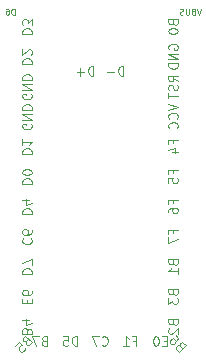
<source format=gbr>
%TF.GenerationSoftware,KiCad,Pcbnew,(6.0.1)*%
%TF.CreationDate,2022-02-07T23:01:22+01:00*%
%TF.ProjectId,pluto,706c7574-6f2e-46b6-9963-61645f706362,1.0*%
%TF.SameCoordinates,Original*%
%TF.FileFunction,Legend,Bot*%
%TF.FilePolarity,Positive*%
%FSLAX46Y46*%
G04 Gerber Fmt 4.6, Leading zero omitted, Abs format (unit mm)*
G04 Created by KiCad (PCBNEW (6.0.1)) date 2022-02-07 23:01:22*
%MOMM*%
%LPD*%
G01*
G04 APERTURE LIST*
%ADD10C,0.120000*%
%ADD11C,0.100000*%
%ADD12C,1.752600*%
%ADD13R,1.700000X1.700000*%
%ADD14O,1.700000X1.700000*%
G04 APERTURE END LIST*
D10*
%TO.C,J1*%
X141077000Y-108479523D02*
X141115095Y-108555714D01*
X141115095Y-108670000D01*
X141077000Y-108784285D01*
X141000809Y-108860476D01*
X140924619Y-108898571D01*
X140772238Y-108936666D01*
X140657952Y-108936666D01*
X140505571Y-108898571D01*
X140429380Y-108860476D01*
X140353190Y-108784285D01*
X140315095Y-108670000D01*
X140315095Y-108593809D01*
X140353190Y-108479523D01*
X140391285Y-108441428D01*
X140657952Y-108441428D01*
X140657952Y-108593809D01*
X140315095Y-108098571D02*
X141115095Y-108098571D01*
X140315095Y-107641428D01*
X141115095Y-107641428D01*
X140315095Y-107260476D02*
X141115095Y-107260476D01*
X141115095Y-107070000D01*
X141077000Y-106955714D01*
X141000809Y-106879523D01*
X140924619Y-106841428D01*
X140772238Y-106803333D01*
X140657952Y-106803333D01*
X140505571Y-106841428D01*
X140429380Y-106879523D01*
X140353190Y-106955714D01*
X140315095Y-107070000D01*
X140315095Y-107260476D01*
X153674002Y-129803190D02*
X153566253Y-129749315D01*
X153512378Y-129749315D01*
X153431566Y-129776253D01*
X153350754Y-129857065D01*
X153323816Y-129937877D01*
X153323816Y-129991752D01*
X153350754Y-130072564D01*
X153566253Y-130288063D01*
X154131938Y-129722378D01*
X153943376Y-129533816D01*
X153862564Y-129506879D01*
X153808689Y-129506879D01*
X153727877Y-129533816D01*
X153674002Y-129587691D01*
X153647065Y-129668503D01*
X153647065Y-129722378D01*
X153674002Y-129803190D01*
X153862564Y-129991752D01*
X153323816Y-128914256D02*
X153431566Y-129022006D01*
X153458503Y-129102818D01*
X153458503Y-129156693D01*
X153431566Y-129291380D01*
X153350754Y-129426067D01*
X153135254Y-129641566D01*
X153054442Y-129668503D01*
X153000567Y-129668503D01*
X152919755Y-129641566D01*
X152812006Y-129533816D01*
X152785068Y-129453004D01*
X152785068Y-129399129D01*
X152812006Y-129318317D01*
X152946693Y-129183630D01*
X153027505Y-129156693D01*
X153081380Y-129156693D01*
X153162192Y-129183630D01*
X153269941Y-129291380D01*
X153296879Y-129372192D01*
X153296879Y-129426067D01*
X153269941Y-129506879D01*
X153065857Y-112632533D02*
X153065857Y-112365866D01*
X153484904Y-112365866D02*
X152684904Y-112365866D01*
X152684904Y-112746819D01*
X152951571Y-113394438D02*
X153484904Y-113394438D01*
X152646809Y-113203961D02*
X153218238Y-113013485D01*
X153218238Y-113508723D01*
X140315095Y-118620476D02*
X141115095Y-118620476D01*
X141115095Y-118430000D01*
X141077000Y-118315714D01*
X141000809Y-118239523D01*
X140924619Y-118201428D01*
X140772238Y-118163333D01*
X140657952Y-118163333D01*
X140505571Y-118201428D01*
X140429380Y-118239523D01*
X140353190Y-118315714D01*
X140315095Y-118430000D01*
X140315095Y-118620476D01*
X140848428Y-117477619D02*
X140315095Y-117477619D01*
X141153190Y-117668095D02*
X140581761Y-117858571D01*
X140581761Y-117363333D01*
X140315095Y-105920476D02*
X141115095Y-105920476D01*
X141115095Y-105730000D01*
X141077000Y-105615714D01*
X141000809Y-105539523D01*
X140924619Y-105501428D01*
X140772238Y-105463333D01*
X140657952Y-105463333D01*
X140505571Y-105501428D01*
X140429380Y-105539523D01*
X140353190Y-105615714D01*
X140315095Y-105730000D01*
X140315095Y-105920476D01*
X141038904Y-105158571D02*
X141077000Y-105120476D01*
X141115095Y-105044285D01*
X141115095Y-104853809D01*
X141077000Y-104777619D01*
X141038904Y-104739523D01*
X140962714Y-104701428D01*
X140886523Y-104701428D01*
X140772238Y-104739523D01*
X140315095Y-105196666D01*
X140315095Y-104701428D01*
X140391285Y-120703333D02*
X140353190Y-120741428D01*
X140315095Y-120855714D01*
X140315095Y-120931904D01*
X140353190Y-121046190D01*
X140429380Y-121122380D01*
X140505571Y-121160476D01*
X140657952Y-121198571D01*
X140772238Y-121198571D01*
X140924619Y-121160476D01*
X141000809Y-121122380D01*
X141077000Y-121046190D01*
X141115095Y-120931904D01*
X141115095Y-120855714D01*
X141077000Y-120741428D01*
X141038904Y-120703333D01*
X141115095Y-120017619D02*
X141115095Y-120170000D01*
X141077000Y-120246190D01*
X141038904Y-120284285D01*
X140924619Y-120360476D01*
X140772238Y-120398571D01*
X140467476Y-120398571D01*
X140391285Y-120360476D01*
X140353190Y-120322380D01*
X140315095Y-120246190D01*
X140315095Y-120093809D01*
X140353190Y-120017619D01*
X140391285Y-119979523D01*
X140467476Y-119941428D01*
X140657952Y-119941428D01*
X140734142Y-119979523D01*
X140772238Y-120017619D01*
X140810333Y-120093809D01*
X140810333Y-120246190D01*
X140772238Y-120322380D01*
X140734142Y-120360476D01*
X140657952Y-120398571D01*
X140315095Y-103380476D02*
X141115095Y-103380476D01*
X141115095Y-103190000D01*
X141077000Y-103075714D01*
X141000809Y-102999523D01*
X140924619Y-102961428D01*
X140772238Y-102923333D01*
X140657952Y-102923333D01*
X140505571Y-102961428D01*
X140429380Y-102999523D01*
X140353190Y-103075714D01*
X140315095Y-103190000D01*
X140315095Y-103380476D01*
X141115095Y-102656666D02*
X141115095Y-102161428D01*
X140810333Y-102428095D01*
X140810333Y-102313809D01*
X140772238Y-102237619D01*
X140734142Y-102199523D01*
X140657952Y-102161428D01*
X140467476Y-102161428D01*
X140391285Y-102199523D01*
X140353190Y-102237619D01*
X140315095Y-102313809D01*
X140315095Y-102542380D01*
X140353190Y-102618571D01*
X140391285Y-102656666D01*
X148874761Y-106911104D02*
X148874761Y-106111104D01*
X148684285Y-106111104D01*
X148570000Y-106149200D01*
X148493809Y-106225390D01*
X148455714Y-106301580D01*
X148417619Y-106453961D01*
X148417619Y-106568247D01*
X148455714Y-106720628D01*
X148493809Y-106796819D01*
X148570000Y-106873009D01*
X148684285Y-106911104D01*
X148874761Y-106911104D01*
X148074761Y-106606342D02*
X147465238Y-106606342D01*
X153065857Y-125275390D02*
X153103952Y-125389676D01*
X153142047Y-125427771D01*
X153218238Y-125465866D01*
X153332523Y-125465866D01*
X153408714Y-125427771D01*
X153446809Y-125389676D01*
X153484904Y-125313485D01*
X153484904Y-125008723D01*
X152684904Y-125008723D01*
X152684904Y-125275390D01*
X152723000Y-125351580D01*
X152761095Y-125389676D01*
X152837285Y-125427771D01*
X152913476Y-125427771D01*
X152989666Y-125389676D01*
X153027761Y-125351580D01*
X153065857Y-125275390D01*
X153065857Y-125008723D01*
X152684904Y-125732533D02*
X152684904Y-126227771D01*
X152989666Y-125961104D01*
X152989666Y-126075390D01*
X153027761Y-126151580D01*
X153065857Y-126189676D01*
X153142047Y-126227771D01*
X153332523Y-126227771D01*
X153408714Y-126189676D01*
X153446809Y-126151580D01*
X153484904Y-126075390D01*
X153484904Y-125846819D01*
X153446809Y-125770628D01*
X153408714Y-125732533D01*
X140315095Y-123700476D02*
X141115095Y-123700476D01*
X141115095Y-123510000D01*
X141077000Y-123395714D01*
X141000809Y-123319523D01*
X140924619Y-123281428D01*
X140772238Y-123243333D01*
X140657952Y-123243333D01*
X140505571Y-123281428D01*
X140429380Y-123319523D01*
X140353190Y-123395714D01*
X140315095Y-123510000D01*
X140315095Y-123700476D01*
X141115095Y-122976666D02*
X141115095Y-122443333D01*
X140315095Y-122786190D01*
X144950476Y-129771104D02*
X144950476Y-128971104D01*
X144760000Y-128971104D01*
X144645714Y-129009200D01*
X144569523Y-129085390D01*
X144531428Y-129161580D01*
X144493333Y-129313961D01*
X144493333Y-129428247D01*
X144531428Y-129580628D01*
X144569523Y-129656819D01*
X144645714Y-129733009D01*
X144760000Y-129771104D01*
X144950476Y-129771104D01*
X143769523Y-128971104D02*
X144150476Y-128971104D01*
X144188571Y-129352057D01*
X144150476Y-129313961D01*
X144074285Y-129275866D01*
X143883809Y-129275866D01*
X143807619Y-129313961D01*
X143769523Y-129352057D01*
X143731428Y-129428247D01*
X143731428Y-129618723D01*
X143769523Y-129694914D01*
X143807619Y-129733009D01*
X143883809Y-129771104D01*
X144074285Y-129771104D01*
X144150476Y-129733009D01*
X144188571Y-129694914D01*
D11*
X139649047Y-101746190D02*
X139649047Y-101246190D01*
X139530000Y-101246190D01*
X139458571Y-101270000D01*
X139410952Y-101317619D01*
X139387142Y-101365238D01*
X139363333Y-101460476D01*
X139363333Y-101531904D01*
X139387142Y-101627142D01*
X139410952Y-101674761D01*
X139458571Y-101722380D01*
X139530000Y-101746190D01*
X139649047Y-101746190D01*
X138934761Y-101246190D02*
X139030000Y-101246190D01*
X139077619Y-101270000D01*
X139101428Y-101293809D01*
X139149047Y-101365238D01*
X139172857Y-101460476D01*
X139172857Y-101650952D01*
X139149047Y-101698571D01*
X139125238Y-101722380D01*
X139077619Y-101746190D01*
X138982380Y-101746190D01*
X138934761Y-101722380D01*
X138910952Y-101698571D01*
X138887142Y-101650952D01*
X138887142Y-101531904D01*
X138910952Y-101484285D01*
X138934761Y-101460476D01*
X138982380Y-101436666D01*
X139077619Y-101436666D01*
X139125238Y-101460476D01*
X139149047Y-101484285D01*
X139172857Y-101531904D01*
D10*
X153484904Y-107381104D02*
X153103952Y-107114438D01*
X153484904Y-106923961D02*
X152684904Y-106923961D01*
X152684904Y-107228723D01*
X152723000Y-107304914D01*
X152761095Y-107343009D01*
X152837285Y-107381104D01*
X152951571Y-107381104D01*
X153027761Y-107343009D01*
X153065857Y-107304914D01*
X153103952Y-107228723D01*
X153103952Y-106923961D01*
X153446809Y-107685866D02*
X153484904Y-107800152D01*
X153484904Y-107990628D01*
X153446809Y-108066819D01*
X153408714Y-108104914D01*
X153332523Y-108143009D01*
X153256333Y-108143009D01*
X153180142Y-108104914D01*
X153142047Y-108066819D01*
X153103952Y-107990628D01*
X153065857Y-107838247D01*
X153027761Y-107762057D01*
X152989666Y-107723961D01*
X152913476Y-107685866D01*
X152837285Y-107685866D01*
X152761095Y-107723961D01*
X152723000Y-107762057D01*
X152684904Y-107838247D01*
X152684904Y-108028723D01*
X152723000Y-108143009D01*
X152684904Y-108371580D02*
X152684904Y-108828723D01*
X153484904Y-108600152D02*
X152684904Y-108600152D01*
X140734142Y-126202380D02*
X140734142Y-125935714D01*
X140315095Y-125821428D02*
X140315095Y-126202380D01*
X141115095Y-126202380D01*
X141115095Y-125821428D01*
X141115095Y-125135714D02*
X141115095Y-125288095D01*
X141077000Y-125364285D01*
X141038904Y-125402380D01*
X140924619Y-125478571D01*
X140772238Y-125516666D01*
X140467476Y-125516666D01*
X140391285Y-125478571D01*
X140353190Y-125440476D01*
X140315095Y-125364285D01*
X140315095Y-125211904D01*
X140353190Y-125135714D01*
X140391285Y-125097619D01*
X140467476Y-125059523D01*
X140657952Y-125059523D01*
X140734142Y-125097619D01*
X140772238Y-125135714D01*
X140810333Y-125211904D01*
X140810333Y-125364285D01*
X140772238Y-125440476D01*
X140734142Y-125478571D01*
X140657952Y-125516666D01*
X141077000Y-111019523D02*
X141115095Y-111095714D01*
X141115095Y-111210000D01*
X141077000Y-111324285D01*
X141000809Y-111400476D01*
X140924619Y-111438571D01*
X140772238Y-111476666D01*
X140657952Y-111476666D01*
X140505571Y-111438571D01*
X140429380Y-111400476D01*
X140353190Y-111324285D01*
X140315095Y-111210000D01*
X140315095Y-111133809D01*
X140353190Y-111019523D01*
X140391285Y-110981428D01*
X140657952Y-110981428D01*
X140657952Y-111133809D01*
X140315095Y-110638571D02*
X141115095Y-110638571D01*
X140315095Y-110181428D01*
X141115095Y-110181428D01*
X140315095Y-109800476D02*
X141115095Y-109800476D01*
X141115095Y-109610000D01*
X141077000Y-109495714D01*
X141000809Y-109419523D01*
X140924619Y-109381428D01*
X140772238Y-109343333D01*
X140657952Y-109343333D01*
X140505571Y-109381428D01*
X140429380Y-109419523D01*
X140353190Y-109495714D01*
X140315095Y-109610000D01*
X140315095Y-109800476D01*
X140634732Y-129396054D02*
X140580858Y-129503804D01*
X140580858Y-129557679D01*
X140607795Y-129638491D01*
X140688607Y-129719303D01*
X140769419Y-129746241D01*
X140823294Y-129746241D01*
X140904106Y-129719303D01*
X141119606Y-129503804D01*
X140553920Y-128938119D01*
X140365358Y-129126680D01*
X140338421Y-129207493D01*
X140338421Y-129261367D01*
X140365358Y-129342180D01*
X140419233Y-129396054D01*
X140500045Y-129422992D01*
X140553920Y-129422992D01*
X140634732Y-129396054D01*
X140823294Y-129207493D01*
X139718861Y-129773178D02*
X139988235Y-129503804D01*
X140284546Y-129746241D01*
X140230671Y-129746241D01*
X140149859Y-129773178D01*
X140015172Y-129907865D01*
X139988235Y-129988677D01*
X139988235Y-130042552D01*
X140015172Y-130123364D01*
X140149859Y-130258051D01*
X140230671Y-130284989D01*
X140284546Y-130284989D01*
X140365358Y-130258051D01*
X140500045Y-130123364D01*
X140526983Y-130042552D01*
X140526983Y-129988677D01*
X140315095Y-113540476D02*
X141115095Y-113540476D01*
X141115095Y-113350000D01*
X141077000Y-113235714D01*
X141000809Y-113159523D01*
X140924619Y-113121428D01*
X140772238Y-113083333D01*
X140657952Y-113083333D01*
X140505571Y-113121428D01*
X140429380Y-113159523D01*
X140353190Y-113235714D01*
X140315095Y-113350000D01*
X140315095Y-113540476D01*
X140315095Y-112321428D02*
X140315095Y-112778571D01*
X140315095Y-112550000D02*
X141115095Y-112550000D01*
X141000809Y-112626190D01*
X140924619Y-112702380D01*
X140886523Y-112778571D01*
X153065857Y-117712533D02*
X153065857Y-117445866D01*
X153484904Y-117445866D02*
X152684904Y-117445866D01*
X152684904Y-117826819D01*
X152684904Y-118474438D02*
X152684904Y-118322057D01*
X152723000Y-118245866D01*
X152761095Y-118207771D01*
X152875380Y-118131580D01*
X153027761Y-118093485D01*
X153332523Y-118093485D01*
X153408714Y-118131580D01*
X153446809Y-118169676D01*
X153484904Y-118245866D01*
X153484904Y-118398247D01*
X153446809Y-118474438D01*
X153408714Y-118512533D01*
X153332523Y-118550628D01*
X153142047Y-118550628D01*
X153065857Y-118512533D01*
X153027761Y-118474438D01*
X152989666Y-118398247D01*
X152989666Y-118245866D01*
X153027761Y-118169676D01*
X153065857Y-118131580D01*
X153142047Y-118093485D01*
X153065857Y-127815390D02*
X153103952Y-127929676D01*
X153142047Y-127967771D01*
X153218238Y-128005866D01*
X153332523Y-128005866D01*
X153408714Y-127967771D01*
X153446809Y-127929676D01*
X153484904Y-127853485D01*
X153484904Y-127548723D01*
X152684904Y-127548723D01*
X152684904Y-127815390D01*
X152723000Y-127891580D01*
X152761095Y-127929676D01*
X152837285Y-127967771D01*
X152913476Y-127967771D01*
X152989666Y-127929676D01*
X153027761Y-127891580D01*
X153065857Y-127815390D01*
X153065857Y-127548723D01*
X152761095Y-128310628D02*
X152723000Y-128348723D01*
X152684904Y-128424914D01*
X152684904Y-128615390D01*
X152723000Y-128691580D01*
X152761095Y-128729676D01*
X152837285Y-128767771D01*
X152913476Y-128767771D01*
X153027761Y-128729676D01*
X153484904Y-128272533D01*
X153484904Y-128767771D01*
X140315095Y-116080476D02*
X141115095Y-116080476D01*
X141115095Y-115890000D01*
X141077000Y-115775714D01*
X141000809Y-115699523D01*
X140924619Y-115661428D01*
X140772238Y-115623333D01*
X140657952Y-115623333D01*
X140505571Y-115661428D01*
X140429380Y-115699523D01*
X140353190Y-115775714D01*
X140315095Y-115890000D01*
X140315095Y-116080476D01*
X141115095Y-115128095D02*
X141115095Y-115051904D01*
X141077000Y-114975714D01*
X141038904Y-114937619D01*
X140962714Y-114899523D01*
X140810333Y-114861428D01*
X140619857Y-114861428D01*
X140467476Y-114899523D01*
X140391285Y-114937619D01*
X140353190Y-114975714D01*
X140315095Y-115051904D01*
X140315095Y-115128095D01*
X140353190Y-115204285D01*
X140391285Y-115242380D01*
X140467476Y-115280476D01*
X140619857Y-115318571D01*
X140810333Y-115318571D01*
X140962714Y-115280476D01*
X141038904Y-115242380D01*
X141077000Y-115204285D01*
X141115095Y-115128095D01*
X140734142Y-128513809D02*
X140696047Y-128399523D01*
X140657952Y-128361428D01*
X140581761Y-128323333D01*
X140467476Y-128323333D01*
X140391285Y-128361428D01*
X140353190Y-128399523D01*
X140315095Y-128475714D01*
X140315095Y-128780476D01*
X141115095Y-128780476D01*
X141115095Y-128513809D01*
X141077000Y-128437619D01*
X141038904Y-128399523D01*
X140962714Y-128361428D01*
X140886523Y-128361428D01*
X140810333Y-128399523D01*
X140772238Y-128437619D01*
X140734142Y-128513809D01*
X140734142Y-128780476D01*
X140848428Y-127637619D02*
X140315095Y-127637619D01*
X141153190Y-127828095D02*
X140581761Y-128018571D01*
X140581761Y-127523333D01*
X149706666Y-129352057D02*
X149973333Y-129352057D01*
X149973333Y-129771104D02*
X149973333Y-128971104D01*
X149592380Y-128971104D01*
X148868571Y-129771104D02*
X149325714Y-129771104D01*
X149097142Y-129771104D02*
X149097142Y-128971104D01*
X149173333Y-129085390D01*
X149249523Y-129161580D01*
X149325714Y-129199676D01*
X152532380Y-129352057D02*
X152265714Y-129352057D01*
X152151428Y-129771104D02*
X152532380Y-129771104D01*
X152532380Y-128971104D01*
X152151428Y-128971104D01*
X151656190Y-128971104D02*
X151580000Y-128971104D01*
X151503809Y-129009200D01*
X151465714Y-129047295D01*
X151427619Y-129123485D01*
X151389523Y-129275866D01*
X151389523Y-129466342D01*
X151427619Y-129618723D01*
X151465714Y-129694914D01*
X151503809Y-129733009D01*
X151580000Y-129771104D01*
X151656190Y-129771104D01*
X151732380Y-129733009D01*
X151770476Y-129694914D01*
X151808571Y-129618723D01*
X151846666Y-129466342D01*
X151846666Y-129275866D01*
X151808571Y-129123485D01*
X151770476Y-129047295D01*
X151732380Y-129009200D01*
X151656190Y-128971104D01*
X153065857Y-120252533D02*
X153065857Y-119985866D01*
X153484904Y-119985866D02*
X152684904Y-119985866D01*
X152684904Y-120366819D01*
X152684904Y-120595390D02*
X152684904Y-121128723D01*
X153484904Y-120785866D01*
X142143809Y-129352057D02*
X142029523Y-129390152D01*
X141991428Y-129428247D01*
X141953333Y-129504438D01*
X141953333Y-129618723D01*
X141991428Y-129694914D01*
X142029523Y-129733009D01*
X142105714Y-129771104D01*
X142410476Y-129771104D01*
X142410476Y-128971104D01*
X142143809Y-128971104D01*
X142067619Y-129009200D01*
X142029523Y-129047295D01*
X141991428Y-129123485D01*
X141991428Y-129199676D01*
X142029523Y-129275866D01*
X142067619Y-129313961D01*
X142143809Y-129352057D01*
X142410476Y-129352057D01*
X141686666Y-128971104D02*
X141153333Y-128971104D01*
X141496190Y-129771104D01*
X146334761Y-106911104D02*
X146334761Y-106111104D01*
X146144285Y-106111104D01*
X146030000Y-106149200D01*
X145953809Y-106225390D01*
X145915714Y-106301580D01*
X145877619Y-106453961D01*
X145877619Y-106568247D01*
X145915714Y-106720628D01*
X145953809Y-106796819D01*
X146030000Y-106873009D01*
X146144285Y-106911104D01*
X146334761Y-106911104D01*
X145534761Y-106606342D02*
X144925238Y-106606342D01*
X145230000Y-106911104D02*
X145230000Y-106301580D01*
X152684904Y-109292533D02*
X153484904Y-109559200D01*
X152684904Y-109825866D01*
X153408714Y-110549676D02*
X153446809Y-110511580D01*
X153484904Y-110397295D01*
X153484904Y-110321104D01*
X153446809Y-110206819D01*
X153370619Y-110130628D01*
X153294428Y-110092533D01*
X153142047Y-110054438D01*
X153027761Y-110054438D01*
X152875380Y-110092533D01*
X152799190Y-110130628D01*
X152723000Y-110206819D01*
X152684904Y-110321104D01*
X152684904Y-110397295D01*
X152723000Y-110511580D01*
X152761095Y-110549676D01*
X153408714Y-111349676D02*
X153446809Y-111311580D01*
X153484904Y-111197295D01*
X153484904Y-111121104D01*
X153446809Y-111006819D01*
X153370619Y-110930628D01*
X153294428Y-110892533D01*
X153142047Y-110854438D01*
X153027761Y-110854438D01*
X152875380Y-110892533D01*
X152799190Y-110930628D01*
X152723000Y-111006819D01*
X152684904Y-111121104D01*
X152684904Y-111197295D01*
X152723000Y-111311580D01*
X152761095Y-111349676D01*
X153065857Y-115172533D02*
X153065857Y-114905866D01*
X153484904Y-114905866D02*
X152684904Y-114905866D01*
X152684904Y-115286819D01*
X152684904Y-115972533D02*
X152684904Y-115591580D01*
X153065857Y-115553485D01*
X153027761Y-115591580D01*
X152989666Y-115667771D01*
X152989666Y-115858247D01*
X153027761Y-115934438D01*
X153065857Y-115972533D01*
X153142047Y-116010628D01*
X153332523Y-116010628D01*
X153408714Y-115972533D01*
X153446809Y-115934438D01*
X153484904Y-115858247D01*
X153484904Y-115667771D01*
X153446809Y-115591580D01*
X153408714Y-115553485D01*
X152723000Y-104669676D02*
X152684904Y-104593485D01*
X152684904Y-104479200D01*
X152723000Y-104364914D01*
X152799190Y-104288723D01*
X152875380Y-104250628D01*
X153027761Y-104212533D01*
X153142047Y-104212533D01*
X153294428Y-104250628D01*
X153370619Y-104288723D01*
X153446809Y-104364914D01*
X153484904Y-104479200D01*
X153484904Y-104555390D01*
X153446809Y-104669676D01*
X153408714Y-104707771D01*
X153142047Y-104707771D01*
X153142047Y-104555390D01*
X153484904Y-105050628D02*
X152684904Y-105050628D01*
X153484904Y-105507771D01*
X152684904Y-105507771D01*
X153484904Y-105888723D02*
X152684904Y-105888723D01*
X152684904Y-106079200D01*
X152723000Y-106193485D01*
X152799190Y-106269676D01*
X152875380Y-106307771D01*
X153027761Y-106345866D01*
X153142047Y-106345866D01*
X153294428Y-106307771D01*
X153370619Y-106269676D01*
X153446809Y-106193485D01*
X153484904Y-106079200D01*
X153484904Y-105888723D01*
X153065857Y-102415390D02*
X153103952Y-102529676D01*
X153142047Y-102567771D01*
X153218238Y-102605866D01*
X153332523Y-102605866D01*
X153408714Y-102567771D01*
X153446809Y-102529676D01*
X153484904Y-102453485D01*
X153484904Y-102148723D01*
X152684904Y-102148723D01*
X152684904Y-102415390D01*
X152723000Y-102491580D01*
X152761095Y-102529676D01*
X152837285Y-102567771D01*
X152913476Y-102567771D01*
X152989666Y-102529676D01*
X153027761Y-102491580D01*
X153065857Y-102415390D01*
X153065857Y-102148723D01*
X152684904Y-103101104D02*
X152684904Y-103177295D01*
X152723000Y-103253485D01*
X152761095Y-103291580D01*
X152837285Y-103329676D01*
X152989666Y-103367771D01*
X153180142Y-103367771D01*
X153332523Y-103329676D01*
X153408714Y-103291580D01*
X153446809Y-103253485D01*
X153484904Y-103177295D01*
X153484904Y-103101104D01*
X153446809Y-103024914D01*
X153408714Y-102986819D01*
X153332523Y-102948723D01*
X153180142Y-102910628D01*
X152989666Y-102910628D01*
X152837285Y-102948723D01*
X152761095Y-102986819D01*
X152723000Y-103024914D01*
X152684904Y-103101104D01*
D11*
X155436666Y-101246190D02*
X155270000Y-101746190D01*
X155103333Y-101246190D01*
X154770000Y-101484285D02*
X154698571Y-101508095D01*
X154674761Y-101531904D01*
X154650952Y-101579523D01*
X154650952Y-101650952D01*
X154674761Y-101698571D01*
X154698571Y-101722380D01*
X154746190Y-101746190D01*
X154936666Y-101746190D01*
X154936666Y-101246190D01*
X154770000Y-101246190D01*
X154722380Y-101270000D01*
X154698571Y-101293809D01*
X154674761Y-101341428D01*
X154674761Y-101389047D01*
X154698571Y-101436666D01*
X154722380Y-101460476D01*
X154770000Y-101484285D01*
X154936666Y-101484285D01*
X154436666Y-101246190D02*
X154436666Y-101650952D01*
X154412857Y-101698571D01*
X154389047Y-101722380D01*
X154341428Y-101746190D01*
X154246190Y-101746190D01*
X154198571Y-101722380D01*
X154174761Y-101698571D01*
X154150952Y-101650952D01*
X154150952Y-101246190D01*
X153936666Y-101722380D02*
X153865238Y-101746190D01*
X153746190Y-101746190D01*
X153698571Y-101722380D01*
X153674761Y-101698571D01*
X153650952Y-101650952D01*
X153650952Y-101603333D01*
X153674761Y-101555714D01*
X153698571Y-101531904D01*
X153746190Y-101508095D01*
X153841428Y-101484285D01*
X153889047Y-101460476D01*
X153912857Y-101436666D01*
X153936666Y-101389047D01*
X153936666Y-101341428D01*
X153912857Y-101293809D01*
X153889047Y-101270000D01*
X153841428Y-101246190D01*
X153722380Y-101246190D01*
X153650952Y-101270000D01*
D10*
X147033333Y-129694914D02*
X147071428Y-129733009D01*
X147185714Y-129771104D01*
X147261904Y-129771104D01*
X147376190Y-129733009D01*
X147452380Y-129656819D01*
X147490476Y-129580628D01*
X147528571Y-129428247D01*
X147528571Y-129313961D01*
X147490476Y-129161580D01*
X147452380Y-129085390D01*
X147376190Y-129009200D01*
X147261904Y-128971104D01*
X147185714Y-128971104D01*
X147071428Y-129009200D01*
X147033333Y-129047295D01*
X146766666Y-128971104D02*
X146233333Y-128971104D01*
X146576190Y-129771104D01*
X153065857Y-122735390D02*
X153103952Y-122849676D01*
X153142047Y-122887771D01*
X153218238Y-122925866D01*
X153332523Y-122925866D01*
X153408714Y-122887771D01*
X153446809Y-122849676D01*
X153484904Y-122773485D01*
X153484904Y-122468723D01*
X152684904Y-122468723D01*
X152684904Y-122735390D01*
X152723000Y-122811580D01*
X152761095Y-122849676D01*
X152837285Y-122887771D01*
X152913476Y-122887771D01*
X152989666Y-122849676D01*
X153027761Y-122811580D01*
X153065857Y-122735390D01*
X153065857Y-122468723D01*
X153484904Y-123687771D02*
X153484904Y-123230628D01*
X153484904Y-123459200D02*
X152684904Y-123459200D01*
X152799190Y-123383009D01*
X152875380Y-123306819D01*
X152913476Y-123230628D01*
%TD*%
%LPC*%
D12*
%TO.C,J1*%
X139280000Y-100250000D03*
X139280000Y-102790000D03*
X139280000Y-105330000D03*
X139280000Y-107870000D03*
X139280000Y-110410000D03*
X139280000Y-112950000D03*
X139280000Y-115490000D03*
X139280000Y-118030000D03*
X139280000Y-120570000D03*
X139280000Y-123110000D03*
X139280000Y-125650000D03*
X139280000Y-128190000D03*
X139280000Y-130730000D03*
X141820000Y-130730000D03*
X144360000Y-130730000D03*
X146900000Y-130730000D03*
X149440000Y-130730000D03*
X151980000Y-130730000D03*
X154520000Y-130730000D03*
X154520000Y-128190000D03*
X154520000Y-125650000D03*
X154520000Y-123110000D03*
X154520000Y-120570000D03*
X154520000Y-118030000D03*
X154520000Y-115490000D03*
X154520000Y-112950000D03*
X154520000Y-110410000D03*
X154520000Y-107870000D03*
X154520000Y-105330000D03*
X154520000Y-102790000D03*
X154520000Y-100250000D03*
X148170000Y-107870000D03*
X145630000Y-107870000D03*
%TD*%
D13*
%TO.C,J2*%
X140850000Y-97885000D03*
D14*
X143390000Y-97885000D03*
X145930000Y-97885000D03*
X148470000Y-97885000D03*
X151010000Y-97885000D03*
X153550000Y-97885000D03*
%TD*%
M02*

</source>
